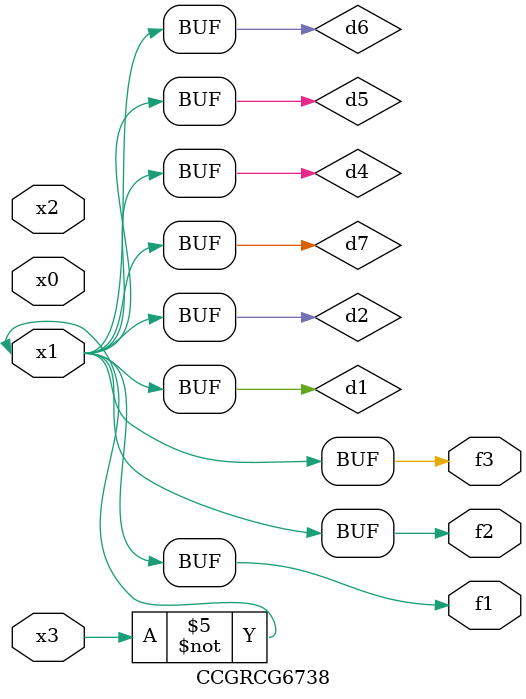
<source format=v>
module CCGRCG6738(
	input x0, x1, x2, x3,
	output f1, f2, f3
);

	wire d1, d2, d3, d4, d5, d6, d7;

	not (d1, x3);
	buf (d2, x1);
	xnor (d3, d1, d2);
	nor (d4, d1);
	buf (d5, d1, d2);
	buf (d6, d4, d5);
	nand (d7, d4);
	assign f1 = d6;
	assign f2 = d7;
	assign f3 = d6;
endmodule

</source>
